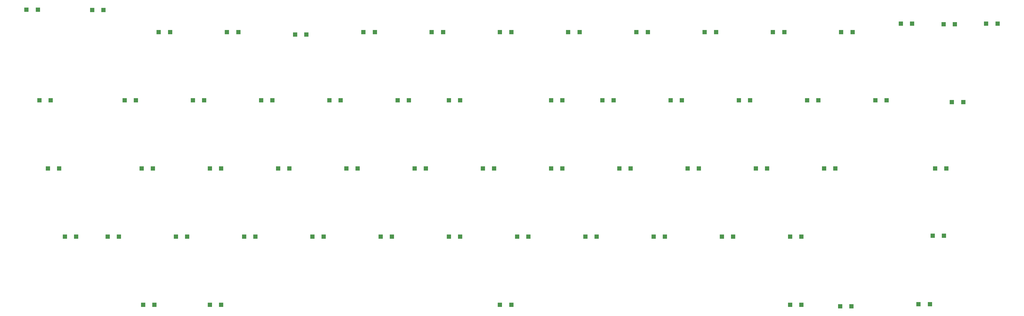
<source format=gbr>
%TF.GenerationSoftware,KiCad,Pcbnew,(6.0.7)*%
%TF.CreationDate,2022-08-27T10:35:01+05:30*%
%TF.ProjectId,unix60pcb,756e6978-3630-4706-9362-2e6b69636164,rev?*%
%TF.SameCoordinates,Original*%
%TF.FileFunction,Paste,Top*%
%TF.FilePolarity,Positive*%
%FSLAX46Y46*%
G04 Gerber Fmt 4.6, Leading zero omitted, Abs format (unit mm)*
G04 Created by KiCad (PCBNEW (6.0.7)) date 2022-08-27 10:35:01*
%MOMM*%
%LPD*%
G01*
G04 APERTURE LIST*
%ADD10R,1.200000X1.200000*%
G04 APERTURE END LIST*
D10*
%TO.C,D15*%
X280210000Y-9644400D03*
X277060000Y-9644400D03*
%TD*%
%TO.C,D1*%
X21053900Y-5603200D03*
X24203900Y-5603200D03*
%TD*%
%TO.C,D2*%
X39354600Y-5656600D03*
X42504600Y-5656600D03*
%TD*%
%TO.C,D3*%
X57956200Y-11906200D03*
X61106200Y-11906200D03*
%TD*%
%TO.C,D4*%
X77006200Y-11906200D03*
X80156200Y-11906200D03*
%TD*%
%TO.C,D5*%
X96001620Y-12560300D03*
X99151620Y-12560300D03*
%TD*%
%TO.C,D6*%
X118256000Y-11906200D03*
X115106000Y-11906200D03*
%TD*%
%TO.C,D7*%
X137306000Y-11906200D03*
X134156000Y-11906200D03*
%TD*%
%TO.C,D8*%
X156356000Y-11906200D03*
X153206000Y-11906200D03*
%TD*%
%TO.C,D9*%
X172256000Y-11906200D03*
X175406000Y-11906200D03*
%TD*%
%TO.C,D10*%
X191306000Y-11906200D03*
X194456000Y-11906200D03*
%TD*%
%TO.C,D11*%
X210356000Y-11906200D03*
X213506000Y-11906200D03*
%TD*%
%TO.C,D12*%
X229406000Y-11906200D03*
X232556000Y-11906200D03*
%TD*%
%TO.C,D13*%
X248456000Y-11906200D03*
X251606000Y-11906200D03*
%TD*%
%TO.C,D14*%
X265125000Y-9525000D03*
X268275000Y-9525000D03*
%TD*%
%TO.C,D16*%
X292087000Y-9525000D03*
X288937000Y-9525000D03*
%TD*%
%TO.C,D17*%
X27768800Y-30956200D03*
X24618800Y-30956200D03*
%TD*%
%TO.C,D18*%
X51581200Y-30956200D03*
X48431200Y-30956200D03*
%TD*%
%TO.C,D19*%
X70631200Y-30956200D03*
X67481200Y-30956200D03*
%TD*%
%TO.C,D20*%
X89681200Y-30956200D03*
X86531200Y-30956200D03*
%TD*%
%TO.C,D21*%
X108731000Y-30956200D03*
X105581000Y-30956200D03*
%TD*%
%TO.C,D22*%
X127781000Y-30956200D03*
X124631000Y-30956200D03*
%TD*%
%TO.C,D23*%
X138919000Y-30956200D03*
X142069000Y-30956200D03*
%TD*%
%TO.C,D24*%
X167494000Y-30956200D03*
X170644000Y-30956200D03*
%TD*%
%TO.C,D25*%
X181781000Y-30956200D03*
X184931000Y-30956200D03*
%TD*%
%TO.C,D26*%
X200831000Y-30956200D03*
X203981000Y-30956200D03*
%TD*%
%TO.C,D27*%
X219881000Y-30956200D03*
X223031000Y-30956200D03*
%TD*%
%TO.C,D28*%
X238931000Y-30956200D03*
X242081000Y-30956200D03*
%TD*%
%TO.C,D29*%
X257981000Y-30956200D03*
X261131000Y-30956200D03*
%TD*%
%TO.C,D30*%
X282512000Y-31399500D03*
X279362000Y-31399500D03*
%TD*%
%TO.C,D31*%
X30150000Y-50006200D03*
X27000000Y-50006200D03*
%TD*%
%TO.C,D32*%
X53193800Y-50006200D03*
X56343800Y-50006200D03*
%TD*%
%TO.C,D33*%
X72243800Y-50006200D03*
X75393800Y-50006200D03*
%TD*%
%TO.C,D34*%
X94443800Y-50006200D03*
X91293800Y-50006200D03*
%TD*%
%TO.C,D35*%
X113494000Y-50006200D03*
X110344000Y-50006200D03*
%TD*%
%TO.C,D36*%
X129394000Y-50006200D03*
X132544000Y-50006200D03*
%TD*%
%TO.C,D37*%
X151594000Y-50006200D03*
X148444000Y-50006200D03*
%TD*%
%TO.C,D38*%
X170644000Y-50006200D03*
X167494000Y-50006200D03*
%TD*%
%TO.C,D39*%
X189694000Y-50006200D03*
X186544000Y-50006200D03*
%TD*%
%TO.C,D40*%
X208744000Y-50006200D03*
X205594000Y-50006200D03*
%TD*%
%TO.C,D41*%
X227794000Y-50006200D03*
X224644000Y-50006200D03*
%TD*%
%TO.C,D42*%
X243694000Y-50006200D03*
X246844000Y-50006200D03*
%TD*%
%TO.C,D44*%
X274650000Y-50006200D03*
X277800000Y-50006200D03*
%TD*%
%TO.C,D45*%
X31762500Y-69056200D03*
X34912500Y-69056200D03*
%TD*%
%TO.C,D46*%
X43668800Y-69056200D03*
X46818800Y-69056200D03*
%TD*%
%TO.C,D47*%
X62718800Y-69056200D03*
X65868800Y-69056200D03*
%TD*%
%TO.C,D48*%
X84918800Y-69056200D03*
X81768800Y-69056200D03*
%TD*%
%TO.C,D49*%
X103969000Y-69056200D03*
X100819000Y-69056200D03*
%TD*%
%TO.C,D50*%
X123019000Y-69056200D03*
X119869000Y-69056200D03*
%TD*%
%TO.C,D51*%
X142069000Y-69056200D03*
X138919000Y-69056200D03*
%TD*%
%TO.C,D52*%
X161119000Y-69056200D03*
X157969000Y-69056200D03*
%TD*%
%TO.C,D53*%
X180169000Y-69056200D03*
X177019000Y-69056200D03*
%TD*%
%TO.C,D54*%
X199219000Y-69056200D03*
X196069000Y-69056200D03*
%TD*%
%TO.C,D55*%
X218269000Y-69056200D03*
X215119000Y-69056200D03*
%TD*%
%TO.C,D56*%
X234169000Y-69056200D03*
X237319000Y-69056200D03*
%TD*%
%TO.C,D57*%
X274012000Y-68737500D03*
X277162000Y-68737500D03*
%TD*%
%TO.C,D58*%
X270045000Y-87886500D03*
X273195000Y-87886500D03*
%TD*%
%TO.C,D59*%
X53616700Y-88051600D03*
X56766700Y-88051600D03*
%TD*%
%TO.C,D60*%
X75393800Y-88106200D03*
X72243800Y-88106200D03*
%TD*%
%TO.C,D61*%
X156356000Y-88106200D03*
X153206000Y-88106200D03*
%TD*%
%TO.C,D62*%
X237319000Y-88106200D03*
X234169000Y-88106200D03*
%TD*%
%TO.C,D63*%
X251346000Y-88503800D03*
X248196000Y-88503800D03*
%TD*%
M02*

</source>
